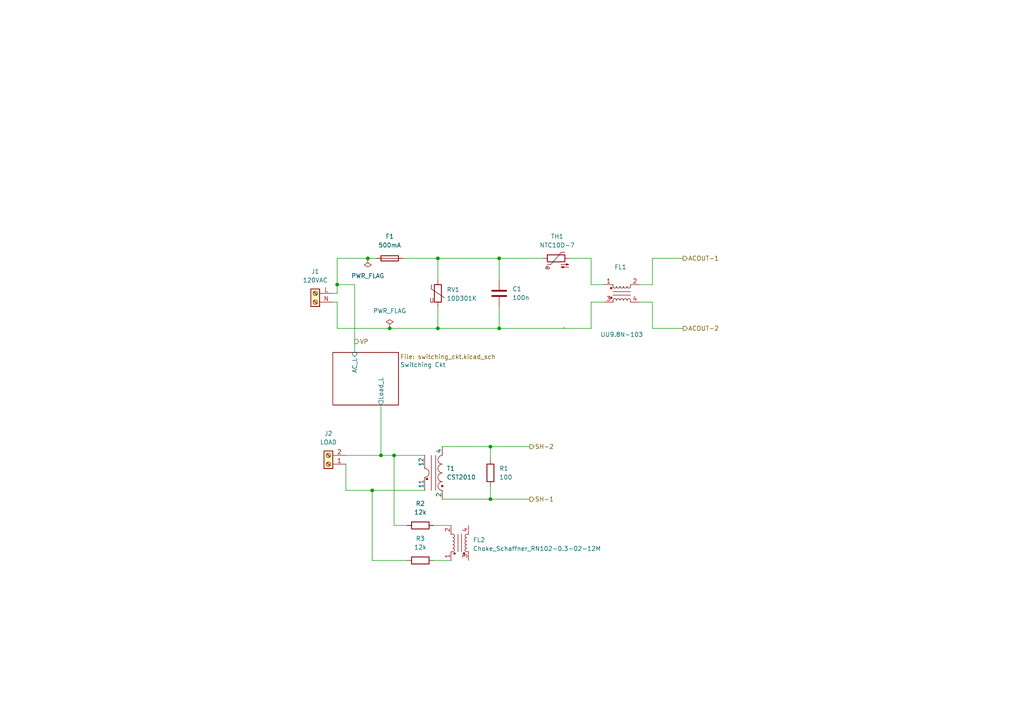
<source format=kicad_sch>
(kicad_sch (version 20231120) (generator "eeschema") (generator_version "8.0")
  (paper "A4")
  (title_block (title "Mains Input") (date "2024-12-30") (rev "3"))
  (lib_symbols
    (symbol "Connector:Screw_Terminal_01x02" (pin_names (offset 1.016) hide)
      (property "Reference" "J" (at 0 2.54 0))
      (property "Value" "Screw_Terminal_01x02" (at 0 -5.08 0))
      (symbol "Screw_Terminal_01x02_1_1"
        (rectangle (start -1.27 1.27) (end 1.27 -3.81) (stroke (width 0.254)) (fill (type background)))
        (circle (center 0 -2.54) (radius 0.635) (stroke (width 0.1524)))
        (polyline (pts (xy -0.5334 -2.2098) (xy 0.3302 -3.048)) (stroke (width 0.1524)))
        (polyline (pts (xy -0.5334 0.3302) (xy 0.3302 -0.508)) (stroke (width 0.1524)))
        (polyline (pts (xy -0.3556 -2.032) (xy 0.508 -2.8702)) (stroke (width 0.1524)))
        (polyline (pts (xy -0.3556 0.508) (xy 0.508 -0.3302)) (stroke (width 0.1524)))
        (circle (center 0 0) (radius 0.635) (stroke (width 0.1524)))
        (pin passive line (at -5.08 0 0) (length 3.81) (name "Pin_1") (number "1"))
        (pin passive line (at -5.08 -2.54 0) (length 3.81) (name "Pin_2") (number "2"))
      )
    )
    (symbol "Device:C" (pin_numbers hide) (pin_names (offset 0.254))
      (property "Reference" "C" (at 0.635 2.54 0))
      (property "Value" "C" (at 0.635 -2.54 0))
      (symbol "C_0_1"
        (polyline (pts (xy -2.032 -0.762) (xy 2.032 -0.762)) (stroke (width 0.508)))
        (polyline (pts (xy -2.032 0.762) (xy 2.032 0.762)) (stroke (width 0.508)))
      )
      (symbol "C_1_1"
        (pin passive line (at 0 3.81 270) (length 2.794) (name "~") (number "1"))
        (pin passive line (at 0 -3.81 90) (length 2.794) (name "~") (number "2"))
      )
    )
    (symbol "Device:Fuse" (pin_numbers hide) (pin_names (offset 0))
      (property "Reference" "F" (at 2.032 0 90))
      (property "Value" "Fuse" (at -1.905 0 90))
      (symbol "Fuse_0_1"
        (rectangle (start -0.762 -2.54) (end 0.762 2.54) (stroke (width 0.254)))
        (polyline (pts (xy 0 2.54) (xy 0 -2.54)))
      )
      (symbol "Fuse_1_1"
        (pin passive line (at 0 3.81 270) (length 1.27) (name "~") (number "1"))
        (pin passive line (at 0 -3.81 90) (length 1.27) (name "~") (number "2"))
      )
    )
    (symbol "Device:R" (pin_numbers hide) (pin_names (offset 0))
      (property "Reference" "R" (at 2.032 0 90))
      (property "Value" "R" (at 0 0 90))
      (symbol "R_0_1"
        (rectangle (start -1.016 -2.54) (end 1.016 2.54) (stroke (width 0.254)))
      )
      (symbol "R_1_1"
        (pin passive line (at 0 3.81 270) (length 1.27) (name "~") (number "1"))
        (pin passive line (at 0 -3.81 90) (length 1.27) (name "~") (number "2"))
      )
    )
    (symbol "Device:Thermistor_NTC" (pin_numbers hide) (pin_names (offset 0))
      (property "Reference" "TH" (at -4.445 0 90))
      (property "Value" "Thermistor_NTC" (at 3.175 0 90))
      (symbol "Thermistor_NTC_0_1"
        (arc (start -3.048 2.159) (mid -3.0495 2.3143) (end -3.175 2.413))
        (arc (start -3.048 2.159) (mid -2.9736 1.9794) (end -2.794 1.905))
        (arc (start -3.048 2.794) (mid -2.9736 2.6144) (end -2.794 2.54))
        (arc (start -2.794 1.905) (mid -2.6144 1.9794) (end -2.54 2.159))
        (arc (start -2.794 2.54) (mid -2.4393 2.5587) (end -2.159 2.794))
        (arc (start -2.794 3.048) (mid -2.9736 2.9736) (end -3.048 2.794))
        (arc (start -2.54 2.794) (mid -2.6144 2.9736) (end -2.794 3.048))
        (rectangle (start -1.016 2.54) (end 1.016 -2.54) (stroke (width 0.254)))
        (polyline (pts (xy -2.54 2.159) (xy -2.54 2.794)))
        (polyline (pts (xy -1.778 2.54) (xy -1.778 1.524) (xy 1.778 -1.524) (xy 1.778 -2.54)))
        (polyline (pts (xy -2.54 -3.683) (xy -2.54 -1.397) (xy -2.794 -2.159) (xy -2.286 -2.159) (xy -2.54 -1.397) (xy -2.54 -1.651)) (fill (type outline)))
        (polyline (pts (xy -1.778 -1.397) (xy -1.778 -3.683) (xy -2.032 -2.921) (xy -1.524 -2.921) (xy -1.778 -3.683) (xy -1.778 -3.429)) (fill (type outline)))
      )
      (symbol "Thermistor_NTC_1_1"
        (pin passive line (at 0 3.81 270) (length 1.27) (name "~") (number "1"))
        (pin passive line (at 0 -3.81 90) (length 1.27) (name "~") (number "2"))
      )
    )
    (symbol "Device:Varistor" (pin_numbers hide) (pin_names (offset 0))
      (property "Reference" "RV" (at 3.175 0 90))
      (property "Value" "Varistor" (at -3.175 0 90))
      (symbol "Varistor_0_0"
        (text "U" (at -1.778 -2.032 0) (effects (font (size 1.27 1.27))))
      )
      (symbol "Varistor_0_1"
        (rectangle (start -1.016 -2.54) (end 1.016 2.54) (stroke (width 0.254)))
        (polyline (pts (xy -1.905 2.54) (xy -1.905 1.27) (xy 1.905 -1.27)))
      )
      (symbol "Varistor_1_1"
        (pin passive line (at 0 3.81 270) (length 1.27) (name "~") (number "1"))
        (pin passive line (at 0 -3.81 90) (length 1.27) (name "~") (number "2"))
      )
    )
    (symbol "Filter:Choke_Schaffner_RN102-0.3-02-12M" (pin_names hide)
      (property "Reference" "FL" (at 0 5.08 0))
      (property "Value" "Choke_Schaffner_RN102-0.3-02-12M" (at 0 -5.08 0))
      (symbol "Choke_Schaffner_RN102-0.3-02-12M_1_1"
        (circle (center -3.048 -1.27) (radius 0.254) (fill (type outline)))
        (circle (center -3.048 1.524) (radius 0.254) (fill (type outline)))
        (arc (start -2.54 2.032) (mid -2.032 1.5262) (end -1.524 2.032))
        (arc (start -1.524 -2.032) (mid -2.032 -1.5262) (end -2.54 -2.032))
        (arc (start -1.524 2.032) (mid -1.016 1.5262) (end -0.508 2.032))
        (arc (start -0.508 -2.032) (mid -1.016 -1.5262) (end -1.524 -2.032))
        (arc (start -0.508 2.032) (mid 0 1.5262) (end 0.508 2.032))
        (polyline (pts (xy -2.54 -2.032) (xy -2.54 -2.54)))
        (polyline (pts (xy -2.54 0.508) (xy 2.54 0.508)))
        (polyline (pts (xy -2.54 2.032) (xy -2.54 2.54)))
        (polyline (pts (xy 2.54 -2.032) (xy 2.54 -2.54)))
        (polyline (pts (xy 2.54 -0.508) (xy -2.54 -0.508)))
        (polyline (pts (xy 2.54 2.54) (xy 2.54 2.032)))
        (arc (start 0.508 -2.032) (mid 0 -1.5262) (end -0.508 -2.032))
        (arc (start 0.508 2.032) (mid 1.016 1.5262) (end 1.524 2.032))
        (arc (start 1.524 -2.032) (mid 1.016 -1.5262) (end 0.508 -2.032))
        (arc (start 1.524 2.032) (mid 2.032 1.5262) (end 2.54 2.032))
        (arc (start 2.54 -2.032) (mid 2.032 -1.5262) (end 1.524 -2.032))
        (pin passive line (at -5.08 2.54 0) (length 2.54) (name "1") (number "1"))
        (pin passive line (at 5.08 2.54 180) (length 2.54) (name "2") (number "2"))
        (pin passive line (at -5.08 -2.54 0) (length 2.54) (name "3") (number "3"))
        (pin passive line (at 5.08 -2.54 180) (length 2.54) (name "4") (number "4"))
      )
    )
    (symbol "Screw_Terminal_01x02_1" (pin_names (offset 1.016) hide)
      (property "Reference" "J1" (at 0 -8.89 0))
      (property "Value" "120VAC" (at 0 -6.35 0))
      (symbol "Screw_Terminal_01x02_1_1_1"
        (rectangle (start -1.27 1.27) (end 1.27 -3.81) (stroke (width 0.254)) (fill (type background)))
        (circle (center 0 -2.54) (radius 0.635) (stroke (width 0.1524)))
        (polyline (pts (xy -0.5334 -2.2098) (xy 0.3302 -3.048)) (stroke (width 0.1524)))
        (polyline (pts (xy -0.5334 0.3302) (xy 0.3302 -0.508)) (stroke (width 0.1524)))
        (polyline (pts (xy -0.3556 -2.032) (xy 0.508 -2.8702)) (stroke (width 0.1524)))
        (polyline (pts (xy -0.3556 0.508) (xy 0.508 -0.3302)) (stroke (width 0.1524)))
        (circle (center 0 0) (radius 0.635) (stroke (width 0.1524)))
        (pin passive line (at -5.08 -2.54 0) (length 3.81) (name "pin_2") (number "L"))
        (pin passive line (at -5.08 0 0) (length 3.81) (name "Pin_1") (number "N"))
      )
    )
    (symbol "Transformer:CST2010" (pin_numbers hide) (pin_names (offset 0))
      (property "Reference" "T" (at 0 6.35 0))
      (property "Value" "CST2010" (at 0 -1.27 0))
      (symbol "CST2010_0_1"
        (circle (center -3.81 0) (radius 0.254) (fill (type outline)))
        (arc (start -2.54 0) (mid -3.81 1.2645) (end -5.08 0))
        (circle (center -1.778 4.445) (radius 0.254) (fill (type outline)))
        (arc (start -1.27 5.08) (mid 0 3.8155) (end 1.27 5.08))
        (arc (start 0 0) (mid -1.27 1.2645) (end -2.54 0))
        (polyline (pts (xy -5.08 1.905) (xy 5.08 1.905)))
        (polyline (pts (xy -5.08 3.175) (xy 5.08 3.175)))
        (arc (start 2.54 0) (mid 1.27 1.2645) (end 0 0))
        (arc (start 5.08 0) (mid 3.81 1.2645) (end 2.54 0))
        (pin passive line (at -5.08 5.08 0) (length 3.81) (name "11") (number "11"))
        (pin passive line (at 5.08 5.08 180) (length 3.81) (name "12") (number "12"))
        (pin passive line (at -7.62 0 0) (length 2.54) (name "2") (number "2"))
        (pin passive line (at 7.62 0 180) (length 2.54) (name "4") (number "4"))
      )
      (symbol "CST2010_1_1"
        (pin no_connect line (at -5.08 0 0) (length 2.54) hide (name "1") (number "1"))
        (pin no_connect line (at 2.54 2.54 0) (length 2.54) hide (name "10") (number "10"))
        (pin no_connect line (at -2.54 0 0) (length 2.54) hide (name "3") (number "3"))
        (pin no_connect line (at 0 0 0) (length 2.54) hide (name "5") (number "5"))
        (pin no_connect line (at 2.54 0 0) (length 2.54) hide (name "6") (number "6"))
        (pin no_connect line (at -5.08 2.54 0) (length 2.54) hide (name "7") (number "7"))
        (pin no_connect line (at -2.54 2.54 0) (length 2.54) hide (name "8") (number "8"))
        (pin no_connect line (at 0 2.54 0) (length 2.54) hide (name "9") (number "9"))
      )
    )
    (symbol "power:PWR_FLAG" (power) (pin_numbers hide) (pin_names (offset 0) hide)
      (property "Value" "PWR_FLAG" (at 0 3.81 0))
      (symbol "PWR_FLAG_0_0"
        (pin power_out line (at 0 0 90) (length 0) (name "~") (number "1"))
      )
      (symbol "PWR_FLAG_0_1"
        (polyline (pts (xy 0 0) (xy 0 1.27) (xy -1.016 1.905) (xy 0 2.54) (xy 1.016 1.905) (xy 0 1.27)))
      )
    )
  )
  (junction (at 144.78 95.25))
  (junction (at 107.95 142.24))
  (junction (at 110.49 132.08))
  (junction (at 144.78 74.93))
  (junction (at 127 74.93))
  (junction (at 114.3 132.08))
  (junction (at 127 95.25))
  (junction (at 113.03 95.25))
  (junction (at 142.24 129.54))
  (junction (at 142.24 144.78))
  (junction (at 106.68 74.93))
  (junction (at 97.79 82.55))
  (wire (pts (xy 113.03 95.25) (xy 127 95.25)))
  (wire (pts (xy 189.23 87.63) (xy 189.23 95.25)))
  (wire (pts (xy 97.79 74.93) (xy 106.68 74.93)))
  (wire (pts (xy 114.3 132.08) (xy 114.3 152.4)))
  (wire (pts (xy 144.78 74.93) (xy 144.78 81.28)))
  (wire (pts (xy 97.79 85.09) (xy 97.79 82.55)))
  (wire (pts (xy 142.24 129.54) (xy 153.67 129.54)))
  (wire (pts (xy 189.23 82.55) (xy 189.23 74.93)))
  (wire (pts (xy 128.27 129.54) (xy 142.24 129.54)))
  (wire (pts (xy 97.79 82.55) (xy 102.87 82.55)))
  (wire (pts (xy 127 74.93) (xy 127 81.28)))
  (wire (pts (xy 96.52 87.63) (xy 97.79 87.63)))
  (wire (pts (xy 106.68 74.93) (xy 109.22 74.93)))
  (wire (pts (xy 97.79 95.25) (xy 113.03 95.25)))
  (wire (pts (xy 144.78 74.93) (xy 157.48 74.93)))
  (wire (pts (xy 107.95 142.24) (xy 107.95 162.56)))
  (wire (pts (xy 100.33 132.08) (xy 110.49 132.08)))
  (wire (pts (xy 165.1 74.93) (xy 171.45 74.93)))
  (wire (pts (xy 100.33 142.24) (xy 107.95 142.24)))
  (wire (pts (xy 100.33 134.62) (xy 100.33 142.24)))
  (wire (pts (xy 171.45 87.63) (xy 171.45 95.25)))
  (wire (pts (xy 127 88.9) (xy 127 95.25)))
  (wire (pts (xy 144.78 95.25) (xy 171.45 95.25)))
  (wire (pts (xy 127 74.93) (xy 144.78 74.93)))
  (wire (pts (xy 142.24 144.78) (xy 153.67 144.78)))
  (wire (pts (xy 163.83 95.0736) (xy 163.5301 95.0736)))
  (wire (pts (xy 116.84 74.93) (xy 127 74.93)))
  (wire (pts (xy 185.42 87.63) (xy 189.23 87.63)))
  (wire (pts (xy 114.3 132.08) (xy 123.19 132.08)))
  (wire (pts (xy 97.79 87.63) (xy 97.79 95.25)))
  (wire (pts (xy 189.23 95.25) (xy 198.12 95.25)))
  (wire (pts (xy 185.42 82.55) (xy 189.23 82.55)))
  (wire (pts (xy 110.49 132.08) (xy 110.49 117.475)))
  (wire (pts (xy 125.73 152.4) (xy 130.81 152.4)))
  (wire (pts (xy 171.45 87.63) (xy 175.26 87.63)))
  (wire (pts (xy 114.3 152.4) (xy 118.11 152.4)))
  (wire (pts (xy 171.45 82.55) (xy 175.26 82.55)))
  (wire (pts (xy 102.87 82.55) (xy 102.87 102.235)))
  (wire (pts (xy 128.27 144.78) (xy 142.24 144.78)))
  (wire (pts (xy 171.45 74.93) (xy 171.45 82.55)))
  (wire (pts (xy 97.79 82.55) (xy 97.79 74.93)))
  (wire (pts (xy 96.52 85.09) (xy 97.79 85.09)))
  (wire (pts (xy 110.49 132.08) (xy 114.3 132.08)))
  (wire (pts (xy 189.23 74.93) (xy 198.12 74.93)))
  (wire (pts (xy 107.95 162.56) (xy 118.11 162.56)))
  (wire (pts (xy 127 95.25) (xy 144.78 95.25)))
  (wire (pts (xy 142.24 140.97) (xy 142.24 144.78)))
  (wire (pts (xy 142.24 129.54) (xy 142.24 133.35)))
  (wire (pts (xy 107.95 142.24) (xy 123.19 142.24)))
  (wire (pts (xy 144.78 88.9) (xy 144.78 95.25)))
  (wire (pts (xy 125.73 162.56) (xy 130.81 162.56)))
  (hierarchical_label "ACOUT-2" (shape output) (at 198.12 95.25 0))
  (hierarchical_label "SH-2" (shape output) (at 153.67 129.54 0))
  (hierarchical_label "ACOUT-1" (shape output) (at 198.12 74.93 0))
  (hierarchical_label "SH-1" (shape output) (at 153.67 144.78 0))
  (hierarchical_label "VP" (shape output) (at 102.87 99.06 0))
  (symbol (lib_name "Screw_Terminal_01x02_1") (lib_id "Connector:Screw_Terminal_01x02") (at 91.44 87.63 180) (unit 1)
    (property "Reference" "J1" (at 91.44 78.74 0))
    (property "Value" "120VAC" (at 91.44 81.28 0))
    (property "Description" "Generic screw terminal, single row, 01x02, script generated (kicad-library-utils/schlib/autogen/connector/)" (effects (hide yes)))
  )
  (symbol (lib_id "Device:Fuse") (at 113.03 74.93 90) (unit 1)
    (property "Reference" "F1" (at 113.03 68.58 90))
    (property "Value" "500mA" (at 113.03 71.12 90))
    (property "Description" "Fuse" (effects (hide yes)))
  )
  (symbol (lib_id "Device:R") (at 142.24 137.16 0) (unit 1)
    (property "Reference" "R1" (at 144.78 135.8899 0) (effects (justify left)))
    (property "Value" "100" (at 144.78 138.4299 0) (effects (justify left)))
    (property "Description" "Resistor" (effects (hide yes)))
  )
  (symbol (lib_id "power:PWR_FLAG") (at 106.68 74.93 180) (unit 1)
    (property "Reference" "#FLG01" (effects (hide yes)))
    (property "Value" "PWR_FLAG" (at 106.68 80.01 0))
    (property "Description" "Special symbol for telling ERC where power comes from" (effects (hide yes)))
  )
  (symbol (lib_id "Connector:Screw_Terminal_01x02") (at 95.25 134.62 180) (unit 1)
    (property "Reference" "J2" (at 95.25 125.73 0))
    (property "Value" "LOAD" (at 95.25 128.27 0))
    (property "Description" "Generic screw terminal, single row, 01x02, script generated (kicad-library-utils/schlib/autogen/connector/)" (effects (hide yes)))
  )
  (symbol (lib_id "Transformer:CST2010") (at 128.27 137.16 90) (unit 1)
    (property "Reference" "T1" (at 129.54 135.8899 90) (effects (justify right)))
    (property "Value" "CST2010" (at 129.54 138.4299 90) (effects (justify right)))
    (property "Footprint" "Transformer_SMD:Transformer_Coilcraft_CST2010" (effects (hide yes)))
    (property "Datasheet" "https://www.coilcraft.com/pdfs/cst2010.pdf" (effects (hide yes)))
    (property "Description" "Coilcraft Current Sense Transformer, SMD, 40A, 1:20 to 1:200" (effects (hide yes)))
  )
  (symbol (lib_id "Device:R") (at 121.92 152.4 90) (unit 1)
    (property "Reference" "R2" (at 121.92 146.05 90))
    (property "Value" "12k" (at 121.92 148.59 90))
    (property "Description" "Resistor" (effects (hide yes)))
  )
  (symbol (lib_id "Device:R") (at 121.92 162.56 270) (unit 1)
    (property "Reference" "R3" (at 121.92 156.21 90))
    (property "Value" "12k" (at 121.92 158.75 90))
    (property "Description" "Resistor" (effects (hide yes)))
  )
  (symbol (lib_id "Filter:Choke_Schaffner_RN102-0.3-02-12M") (at 133.35 157.48 90) (unit 1)
    (property "Reference" "FL2" (at 137.16 156.5909 90) (effects (justify right)))
    (property "Value" "Choke_Schaffner_RN102-0.3-02-12M" (at 137.16 159.1309 90) (effects (justify right)))
    (property "Footprint" "Inductor_THT:Choke_Schaffner_RN102-04-14.0x14.0mm" (effects (hide yes)))
    (property "Datasheet" "https://www.schaffner.com/products/download/product/datasheet/rn-series-common-mode-chokes-new/" (effects (hide yes)))
    (property "Description" "Common mode choke, 300mA, 300VAC, 12mH, 1.1 ohm, RN-102" (effects (hide yes)))
  )
  (symbol (lib_id "Device:Thermistor_NTC") (at 161.29 74.93 90) (unit 1)
    (property "Reference" "TH1" (at 161.6075 68.58 90))
    (property "Value" "NTC10D-7" (at 161.6075 71.12 90))
    (property "Description" "Temperature dependent resistor, negative temperature coefficient" (effects (hide yes)))
  )
  (symbol (lib_id "power:PWR_FLAG") (at 113.03 95.25 0) (unit 1)
    (property "Reference" "#FLG02" (effects (hide yes)))
    (property "Value" "PWR_FLAG" (at 113.03 90.17 0))
    (property "Description" "Special symbol for telling ERC where power comes from" (effects (hide yes)))
  )
  (symbol (lib_id "Device:Varistor") (at 127 85.09 0) (unit 1)
    (property "Reference" "RV1" (at 129.54 84.0132 0) (effects (justify left)))
    (property "Value" "10D301K" (at 129.54 86.5532 0) (effects (justify left)))
    (property "Description" "Voltage dependent resistor" (effects (hide yes)))
    (property "Sim.Name" "kicad_builtin_varistor" (effects (hide yes)))
    (property "Sim.Device" "SUBCKT" (effects (hide yes)))
    (property "Sim.Pins" "1=A 2=B" (effects (hide yes)))
    (property "Sim.Params" "threshold=1k" (effects (hide yes)))
    (property "Sim.Library" "${KICAD7_SYMBOL_DIR}/Simulation_SPICE.sp" (effects (hide yes)))
  )
  (symbol (lib_id "Filter:Choke_Schaffner_RN102-0.3-02-12M") (at 180.34 85.09 0) (unit 1)
    (property "Reference" "FL1" (at 179.959 77.47 0))
    (property "Value" "UU9.8N-103" (at 180.34 97.028 0))
    (property "Footprint" "Inductor_THT:Choke_Schaffner_RN102-04-14.0x14.0mm" (effects (hide yes)))
    (property "Datasheet" "https://www.schaffner.com/products/download/product/datasheet/rn-series-common-mode-chokes-new/" (effects (hide yes)))
    (property "Description" "Common mode choke, 300mA, 300VAC, 12mH, 1.1 ohm, RN-102" (effects (hide yes)))
  )
  (symbol (lib_id "Device:C") (at 144.78 85.09 0) (unit 1)
    (property "Reference" "C1" (at 148.59 83.8199 0) (effects (justify left)))
    (property "Value" "100n" (at 148.59 86.3599 0) (effects (justify left)))
    (property "Description" "Unpolarized capacitor" (effects (hide yes)))
  )
  (sheet (at 96.52 102.235) (size 19.05 15.24) (stroke (width 0.1524))
    (property "Sheetname" "Switching Ckt" (at 116.078 106.553 0) (effects (justify left bottom)))
    (property "Sheetfile" "switching_ckt.kicad_sch" (at 116.078 102.743 0) (effects (justify left top)))
    (pin "Load_L" output (at 110.49 117.475 270))
    (pin "AC_L" input (at 102.87 102.235 90))
  )
)
</source>
